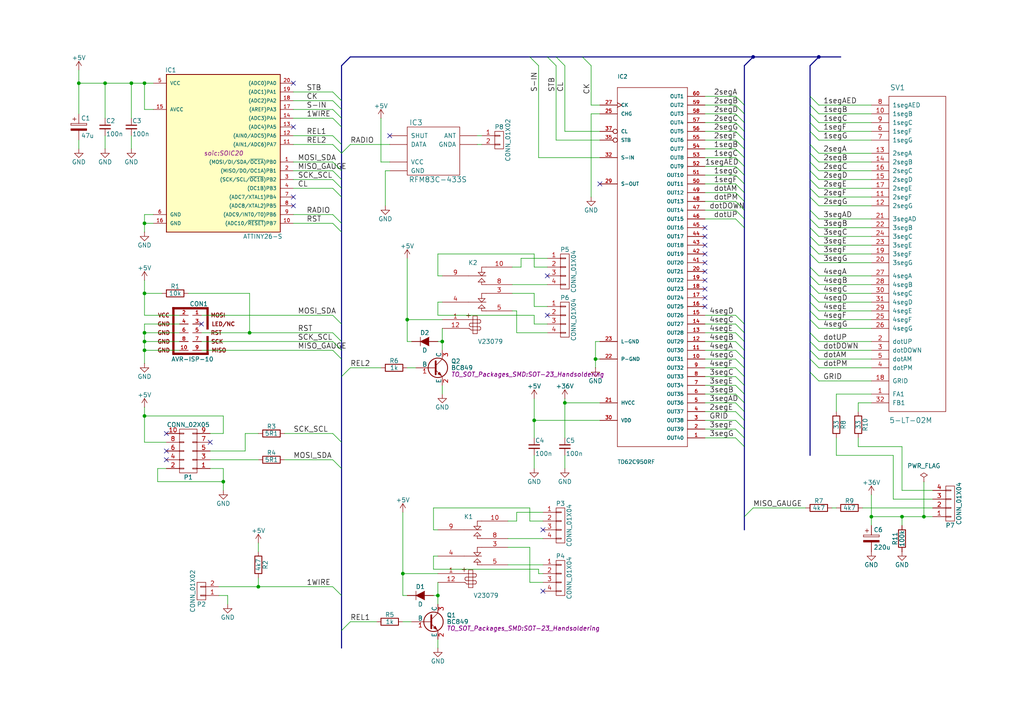
<source format=kicad_sch>
(kicad_sch (version 20250114) (generator "eeschema") (generator_version "9.0")
  (paper "A4")
  (title_block (title "VFD secondary display module") (date "2017-01-12") (rev "1") (comment 3 "433 MHz receiver module and 1WIRE bus conn.") (comment 4 "Board contains 4-digit VFD display, two relays with drivers,"))
  (junction (at 267.97 149.86))
  (junction (at 118.11 92.71))
  (junction (at 128.27 99.06))
  (junction (at 22.86 24.13))
  (junction (at 64.77 139.7))
  (junction (at 74.93 170.18))
  (junction (at 72.39 96.52))
  (junction (at 41.91 101.6))
  (junction (at 41.91 24.13))
  (junction (at 41.91 64.77))
  (junction (at 261.62 149.86))
  (junction (at 41.91 96.52))
  (junction (at 237.49 16.51))
  (junction (at 172.72 104.14))
  (junction (at 38.1 24.13))
  (junction (at 41.91 120.65))
  (junction (at 30.48 24.13))
  (junction (at 127 172.72))
  (junction (at 252.73 149.86))
  (junction (at 41.91 85.09))
  (junction (at 163.83 116.84))
  (junction (at 41.91 99.06))
  (junction (at 218.44 16.51))
  (junction (at 116.84 166.37))
  (junction (at 154.94 121.92))
  (no_connect (at 204.47 86.36))
  (no_connect (at 85.09 57.15))
  (no_connect (at 158.75 80.01))
  (no_connect (at 204.47 76.2))
  (no_connect (at 85.09 24.13))
  (no_connect (at 204.47 88.9))
  (no_connect (at 60.96 128.27))
  (no_connect (at 173.99 53.34))
  (no_connect (at 204.47 73.66))
  (no_connect (at 204.47 81.28))
  (no_connect (at 204.47 78.74))
  (no_connect (at 48.26 133.35))
  (no_connect (at 48.26 125.73))
  (no_connect (at 48.26 130.81))
  (no_connect (at 58.42 93.98))
  (no_connect (at 204.47 68.58))
  (no_connect (at 157.48 171.45))
  (no_connect (at 204.47 83.82))
  (no_connect (at 204.47 66.04))
  (no_connect (at 85.09 36.83))
  (no_connect (at 157.48 153.67))
  (no_connect (at 158.75 91.44))
  (no_connect (at 204.47 71.12))
  (no_connect (at 85.09 59.69))
  (no_connect (at 113.03 39.37))
  (bus_entry (at 213.36 63.5) (size 2.54 2.54))
  (bus_entry (at 96.52 41.91) (size 2.54 2.54))
  (bus_entry (at 234.95 68.58) (size 2.54 2.54))
  (bus_entry (at 234.95 96.52) (size 2.54 2.54))
  (bus_entry (at 96.52 125.73) (size 2.54 2.54))
  (bus_entry (at 96.52 34.29) (size 2.54 2.54))
  (bus_entry (at 213.36 58.42) (size 2.54 2.54))
  (bus_entry (at 213.36 35.56) (size 2.54 2.54))
  (bus_entry (at 234.95 63.5) (size 2.54 2.54))
  (bus_entry (at 213.36 121.92) (size 2.54 2.54))
  (bus_entry (at 234.95 85.09) (size 2.54 2.54))
  (bus_entry (at 213.36 93.98) (size 2.54 2.54))
  (bus_entry (at 213.36 45.72) (size 2.54 2.54))
  (bus_entry (at 96.52 31.75) (size 2.54 2.54))
  (bus_entry (at 234.95 44.45) (size 2.54 2.54))
  (bus_entry (at 99.06 182.88) (size 2.54 -2.54))
  (bus_entry (at 96.52 54.61) (size 2.54 2.54))
  (bus_entry (at 234.95 57.15) (size 2.54 2.54))
  (bus_entry (at 213.36 101.6) (size 2.54 2.54))
  (bus_entry (at 234.95 66.04) (size 2.54 2.54))
  (bus_entry (at 234.95 49.53) (size 2.54 2.54))
  (bus_entry (at 213.36 53.34) (size 2.54 2.54))
  (bus_entry (at 234.95 46.99) (size 2.54 2.54))
  (bus_entry (at 96.52 91.44) (size 2.54 2.54))
  (bus_entry (at 96.52 133.35) (size 2.54 2.54))
  (bus_entry (at 234.95 33.02) (size 2.54 2.54))
  (bus_entry (at 234.95 82.55) (size 2.54 2.54))
  (bus_entry (at 96.52 96.52) (size 2.54 2.54))
  (bus_entry (at 234.95 41.91) (size 2.54 2.54))
  (bus_entry (at 234.95 35.56) (size 2.54 2.54))
  (bus_entry (at 234.95 80.01) (size 2.54 2.54))
  (bus_entry (at 96.52 29.21) (size 2.54 2.54))
  (bus_entry (at 234.95 77.47) (size 2.54 2.54))
  (bus_entry (at 234.95 101.6) (size 2.54 2.54))
  (bus_entry (at 213.36 27.94) (size 2.54 2.54))
  (bus_entry (at 234.95 107.95) (size 2.54 2.54))
  (bus_entry (at 234.95 90.17) (size 2.54 2.54))
  (bus_entry (at 213.36 50.8) (size 2.54 2.54))
  (bus_entry (at 234.95 73.66) (size 2.54 2.54))
  (bus_entry (at 96.52 39.37) (size 2.54 2.54))
  (bus_entry (at 213.36 124.46) (size 2.54 2.54))
  (bus_entry (at 96.52 49.53) (size 2.54 2.54))
  (bus_entry (at 213.36 33.02) (size 2.54 2.54))
  (bus_entry (at 96.52 170.18) (size 2.54 2.54))
  (bus_entry (at 234.95 60.96) (size 2.54 2.54))
  (bus_entry (at 213.36 111.76) (size 2.54 2.54))
  (bus_entry (at 213.36 43.18) (size 2.54 2.54))
  (bus_entry (at 234.95 30.48) (size 2.54 2.54))
  (bus_entry (at 213.36 99.06) (size 2.54 2.54))
  (bus_entry (at 96.52 26.67) (size 2.54 2.54))
  (bus_entry (at 213.36 127) (size 2.54 2.54))
  (bus_entry (at 96.52 64.77) (size 2.54 2.54))
  (bus_entry (at 99.06 44.45) (size 2.54 -2.54))
  (bus_entry (at 234.95 54.61) (size 2.54 2.54))
  (bus_entry (at 153.67 16.51) (size 2.54 2.54))
  (bus_entry (at 96.52 99.06) (size 2.54 2.54))
  (bus_entry (at 213.36 116.84) (size 2.54 2.54))
  (bus_entry (at 96.52 46.99) (size 2.54 2.54))
  (bus_entry (at 213.36 30.48) (size 2.54 2.54))
  (bus_entry (at 213.36 106.68) (size 2.54 2.54))
  (bus_entry (at 96.52 52.07) (size 2.54 2.54))
  (bus_entry (at 213.36 109.22) (size 2.54 2.54))
  (bus_entry (at 234.95 27.94) (size 2.54 2.54))
  (bus_entry (at 168.91 16.51) (size 2.54 2.54))
  (bus_entry (at 96.52 62.23) (size 2.54 2.54))
  (bus_entry (at 96.52 101.6) (size 2.54 2.54))
  (bus_entry (at 234.95 38.1) (size 2.54 2.54))
  (bus_entry (at 158.75 16.51) (size 2.54 2.54))
  (bus_entry (at 213.36 104.14) (size 2.54 2.54))
  (bus_entry (at 234.95 92.71) (size 2.54 2.54))
  (bus_entry (at 234.95 52.07) (size 2.54 2.54))
  (bus_entry (at 213.36 55.88) (size 2.54 2.54))
  (bus_entry (at 213.36 48.26) (size 2.54 2.54))
  (bus_entry (at 213.36 38.1) (size 2.54 2.54))
  (bus_entry (at 215.9 149.86) (size 2.54 -2.54))
  (bus_entry (at 161.29 16.51) (size 2.54 2.54))
  (bus_entry (at 213.36 96.52) (size 2.54 2.54))
  (bus_entry (at 234.95 104.14) (size 2.54 2.54))
  (bus_entry (at 234.95 71.12) (size 2.54 2.54))
  (bus_entry (at 234.95 87.63) (size 2.54 2.54))
  (bus_entry (at 213.36 40.64) (size 2.54 2.54))
  (bus_entry (at 234.95 99.06) (size 2.54 2.54))
  (bus_entry (at 213.36 119.38) (size 2.54 2.54))
  (bus_entry (at 213.36 60.96) (size 2.54 2.54))
  (bus_entry (at 213.36 91.44) (size 2.54 2.54))
  (bus_entry (at 99.06 109.22) (size 2.54 -2.54))
  (bus_entry (at 213.36 114.3) (size 2.54 2.54))
  (wire (pts (xy 41.91 99.06) (xy 41.91 101.6)))
  (wire (pts (xy 71.12 130.81) (xy 60.96 130.81)))
  (wire (pts (xy 213.36 45.72) (xy 204.47 45.72)))
  (bus (pts (xy 215.9 121.92) (xy 215.9 124.46)))
  (wire (pts (xy 41.91 64.77) (xy 41.91 67.31)))
  (wire (pts (xy 41.91 85.09) (xy 41.91 91.44)))
  (wire (pts (xy 154.94 121.92) (xy 154.94 127)))
  (bus (pts (xy 215.9 104.14) (xy 215.9 106.68)))
  (wire (pts (xy 128.27 92.71) (xy 118.11 92.71)))
  (wire (pts (xy 171.45 57.15) (xy 171.45 33.02)))
  (wire (pts (xy 163.83 38.1) (xy 163.83 19.05)))
  (wire (pts (xy 204.47 43.18) (xy 213.36 43.18)))
  (wire (pts (xy 270.51 144.78) (xy 259.08 144.78)))
  (wire (pts (xy 149.86 151.13) (xy 147.32 151.13)))
  (wire (pts (xy 154.94 85.09) (xy 148.59 85.09)))
  (wire (pts (xy 213.36 114.3) (xy 204.47 114.3)))
  (bus (pts (xy 215.9 19.05) (xy 218.44 16.51)))
  (bus (pts (xy 101.6 16.51) (xy 153.67 16.51)))
  (wire (pts (xy 213.36 35.56) (xy 204.47 35.56)))
  (wire (pts (xy 127 73.66) (xy 154.94 73.66)))
  (wire (pts (xy 204.47 38.1) (xy 213.36 38.1)))
  (bus (pts (xy 234.95 101.6) (xy 234.95 104.14)))
  (wire (pts (xy 267.97 139.7) (xy 267.97 149.86)))
  (wire (pts (xy 63.5 172.72) (xy 66.04 172.72)))
  (bus (pts (xy 215.9 129.54) (xy 215.9 149.86)))
  (wire (pts (xy 204.47 33.02) (xy 213.36 33.02)))
  (bus (pts (xy 99.06 135.89) (xy 99.06 172.72)))
  (wire (pts (xy 147.32 156.21) (xy 157.48 156.21)))
  (wire (pts (xy 125.73 147.32) (xy 153.67 147.32)))
  (wire (pts (xy 204.47 27.94) (xy 213.36 27.94)))
  (wire (pts (xy 213.36 109.22) (xy 204.47 109.22)))
  (bus (pts (xy 234.95 77.47) (xy 234.95 80.01)))
  (bus (pts (xy 99.06 31.75) (xy 99.06 34.29)))
  (bus (pts (xy 215.9 149.86) (xy 215.9 153.67)))
  (wire (pts (xy 213.36 55.88) (xy 204.47 55.88)))
  (wire (pts (xy 41.91 24.13) (xy 44.45 24.13)))
  (wire (pts (xy 85.09 39.37) (xy 96.52 39.37)))
  (wire (pts (xy 127 99.06) (xy 128.27 99.06)))
  (bus (pts (xy 218.44 16.51) (xy 237.49 16.51)))
  (wire (pts (xy 237.49 110.49) (xy 252.73 110.49)))
  (wire (pts (xy 116.84 172.72) (xy 118.11 172.72)))
  (bus (pts (xy 234.95 68.58) (xy 234.95 71.12)))
  (bus (pts (xy 215.9 96.52) (xy 215.9 99.06)))
  (wire (pts (xy 237.49 44.45) (xy 252.73 44.45)))
  (wire (pts (xy 127 185.42) (xy 127 187.96)))
  (wire (pts (xy 252.73 76.2) (xy 237.49 76.2)))
  (bus (pts (xy 99.06 101.6) (xy 99.06 104.14)))
  (wire (pts (xy 237.49 95.25) (xy 252.73 95.25)))
  (wire (pts (xy 41.91 93.98) (xy 41.91 96.52)))
  (wire (pts (xy 127 91.44) (xy 127 87.63)))
  (bus (pts (xy 99.06 128.27) (xy 99.06 135.89)))
  (wire (pts (xy 66.04 172.72) (xy 66.04 175.26)))
  (bus (pts (xy 215.9 38.1) (xy 215.9 40.64)))
  (wire (pts (xy 204.47 111.76) (xy 213.36 111.76)))
  (wire (pts (xy 118.11 92.71) (xy 118.11 99.06)))
  (bus (pts (xy 234.95 63.5) (xy 234.95 66.04)))
  (wire (pts (xy 259.08 144.78) (xy 259.08 132.08)))
  (wire (pts (xy 204.47 101.6) (xy 213.36 101.6)))
  (wire (pts (xy 139.7 39.37) (xy 138.43 39.37)))
  (wire (pts (xy 213.36 99.06) (xy 204.47 99.06)))
  (wire (pts (xy 237.49 46.99) (xy 252.73 46.99)))
  (wire (pts (xy 82.55 125.73) (xy 96.52 125.73)))
  (wire (pts (xy 261.62 152.4) (xy 261.62 149.86)))
  (wire (pts (xy 259.08 132.08) (xy 242.57 132.08)))
  (wire (pts (xy 74.93 170.18) (xy 96.52 170.18)))
  (bus (pts (xy 215.9 35.56) (xy 215.9 38.1)))
  (wire (pts (xy 125.73 165.1) (xy 156.21 165.1)))
  (wire (pts (xy 154.94 73.66) (xy 154.94 77.47)))
  (wire (pts (xy 41.91 81.28) (xy 41.91 85.09)))
  (wire (pts (xy 118.11 99.06) (xy 119.38 99.06)))
  (wire (pts (xy 101.6 106.68) (xy 110.49 106.68)))
  (wire (pts (xy 213.36 104.14) (xy 204.47 104.14)))
  (wire (pts (xy 72.39 96.52) (xy 96.52 96.52)))
  (wire (pts (xy 213.36 124.46) (xy 204.47 124.46)))
  (wire (pts (xy 237.49 85.09) (xy 252.73 85.09)))
  (wire (pts (xy 204.47 127) (xy 213.36 127)))
  (wire (pts (xy 213.36 121.92) (xy 204.47 121.92)))
  (bus (pts (xy 215.9 109.22) (xy 215.9 111.76)))
  (wire (pts (xy 96.52 46.99) (xy 85.09 46.99)))
  (wire (pts (xy 154.94 93.98) (xy 154.94 91.44)))
  (wire (pts (xy 127 166.37) (xy 116.84 166.37)))
  (bus (pts (xy 234.95 49.53) (xy 234.95 52.07)))
  (wire (pts (xy 52.07 96.52) (xy 41.91 96.52)))
  (bus (pts (xy 234.95 35.56) (xy 234.95 38.1)))
  (wire (pts (xy 156.21 45.72) (xy 156.21 19.05)))
  (wire (pts (xy 85.09 26.67) (xy 96.52 26.67)))
  (wire (pts (xy 22.86 20.32) (xy 22.86 24.13)))
  (wire (pts (xy 96.52 64.77) (xy 85.09 64.77)))
  (wire (pts (xy 204.47 53.34) (xy 213.36 53.34)))
  (bus (pts (xy 99.06 29.21) (xy 99.06 31.75)))
  (wire (pts (xy 204.47 96.52) (xy 213.36 96.52)))
  (wire (pts (xy 41.91 62.23) (xy 44.45 62.23)))
  (bus (pts (xy 215.9 55.88) (xy 215.9 58.42)))
  (bus (pts (xy 215.9 53.34) (xy 215.9 55.88)))
  (bus (pts (xy 99.06 54.61) (xy 99.06 57.15)))
  (bus (pts (xy 99.06 172.72) (xy 99.06 182.88)))
  (bus (pts (xy 215.9 45.72) (xy 215.9 48.26)))
  (bus (pts (xy 99.06 64.77) (xy 99.06 67.31)))
  (wire (pts (xy 252.73 116.84) (xy 248.92 116.84)))
  (wire (pts (xy 237.49 66.04) (xy 252.73 66.04)))
  (wire (pts (xy 60.96 135.89) (xy 64.77 135.89)))
  (bus (pts (xy 215.9 114.3) (xy 215.9 116.84)))
  (wire (pts (xy 64.77 139.7) (xy 64.77 142.24)))
  (wire (pts (xy 158.75 96.52) (xy 149.86 96.52)))
  (wire (pts (xy 96.52 31.75) (xy 85.09 31.75)))
  (wire (pts (xy 96.52 99.06) (xy 58.42 99.06)))
  (wire (pts (xy 111.76 49.53) (xy 113.03 49.53)))
  (wire (pts (xy 252.73 114.3) (xy 242.57 114.3)))
  (wire (pts (xy 172.72 104.14) (xy 172.72 106.68)))
  (wire (pts (xy 173.99 40.64) (xy 161.29 40.64)))
  (wire (pts (xy 128.27 111.76) (xy 128.27 114.3)))
  (bus (pts (xy 99.06 67.31) (xy 99.06 93.98)))
  (wire (pts (xy 242.57 132.08) (xy 242.57 127)))
  (wire (pts (xy 127 73.66) (xy 127 80.01)))
  (wire (pts (xy 252.73 143.51) (xy 252.73 149.86)))
  (wire (pts (xy 261.62 142.24) (xy 270.51 142.24)))
  (bus (pts (xy 168.91 16.51) (xy 218.44 16.51)))
  (wire (pts (xy 109.22 180.34) (xy 101.6 180.34)))
  (wire (pts (xy 153.67 168.91) (xy 157.48 168.91)))
  (wire (pts (xy 96.52 29.21) (xy 85.09 29.21)))
  (wire (pts (xy 252.73 101.6) (xy 237.49 101.6)))
  (bus (pts (xy 234.95 44.45) (xy 234.95 46.99)))
  (wire (pts (xy 248.92 116.84) (xy 248.92 119.38)))
  (bus (pts (xy 234.95 66.04) (xy 234.95 68.58)))
  (wire (pts (xy 41.91 120.65) (xy 41.91 128.27)))
  (wire (pts (xy 237.49 104.14) (xy 252.73 104.14)))
  (wire (pts (xy 38.1 34.29) (xy 38.1 24.13)))
  (wire (pts (xy 30.48 43.18) (xy 30.48 39.37)))
  (wire (pts (xy 252.73 87.63) (xy 237.49 87.63)))
  (wire (pts (xy 237.49 38.1) (xy 252.73 38.1)))
  (wire (pts (xy 127 87.63) (xy 128.27 87.63)))
  (wire (pts (xy 237.49 35.56) (xy 252.73 35.56)))
  (wire (pts (xy 261.62 129.54) (xy 261.62 142.24)))
  (wire (pts (xy 204.47 58.42) (xy 213.36 58.42)))
  (wire (pts (xy 154.94 77.47) (xy 158.75 77.47)))
  (bus (pts (xy 99.06 19.05) (xy 99.06 29.21)))
  (bus (pts (xy 99.06 182.88) (xy 99.06 187.96)))
  (wire (pts (xy 41.91 96.52) (xy 41.91 99.06)))
  (wire (pts (xy 128.27 95.25) (xy 128.27 99.06)))
  (wire (pts (xy 173.99 99.06) (xy 172.72 99.06)))
  (bus (pts (xy 215.9 106.68) (xy 215.9 109.22)))
  (bus (pts (xy 234.95 90.17) (xy 234.95 92.71)))
  (wire (pts (xy 158.75 88.9) (xy 154.94 88.9)))
  (wire (pts (xy 64.77 139.7) (xy 45.72 139.7)))
  (wire (pts (xy 237.49 90.17) (xy 252.73 90.17)))
  (bus (pts (xy 234.95 99.06) (xy 234.95 101.6)))
  (bus (pts (xy 215.9 19.05) (xy 215.9 30.48)))
  (wire (pts (xy 171.45 33.02) (xy 173.99 33.02)))
  (bus (pts (xy 234.95 33.02) (xy 234.95 35.56)))
  (wire (pts (xy 54.61 85.09) (xy 72.39 85.09)))
  (wire (pts (xy 213.36 50.8) (xy 204.47 50.8)))
  (wire (pts (xy 204.47 48.26) (xy 213.36 48.26)))
  (wire (pts (xy 151.13 77.47) (xy 148.59 77.47)))
  (wire (pts (xy 110.49 46.99) (xy 113.03 46.99)))
  (bus (pts (xy 234.95 104.14) (xy 234.95 107.95)))
  (bus (pts (xy 99.06 41.91) (xy 99.06 44.45)))
  (wire (pts (xy 45.72 139.7) (xy 45.72 135.89)))
  (wire (pts (xy 41.91 62.23) (xy 41.91 64.77)))
  (bus (pts (xy 215.9 50.8) (xy 215.9 53.34)))
  (wire (pts (xy 156.21 166.37) (xy 157.48 166.37)))
  (wire (pts (xy 252.73 149.86) (xy 252.73 152.4)))
  (wire (pts (xy 237.49 59.69) (xy 252.73 59.69)))
  (wire (pts (xy 252.73 92.71) (xy 237.49 92.71)))
  (wire (pts (xy 149.86 148.59) (xy 149.86 151.13)))
  (bus (pts (xy 99.06 104.14) (xy 99.06 109.22)))
  (bus (pts (xy 234.95 87.63) (xy 234.95 90.17)))
  (bus (pts (xy 215.9 33.02) (xy 215.9 35.56)))
  (bus (pts (xy 234.95 46.99) (xy 234.95 49.53)))
  (bus (pts (xy 215.9 124.46) (xy 215.9 127)))
  (wire (pts (xy 113.03 41.91) (xy 101.6 41.91)))
  (wire (pts (xy 111.76 59.69) (xy 111.76 49.53)))
  (wire (pts (xy 154.94 115.57) (xy 154.94 121.92)))
  (bus (pts (xy 153.67 16.51) (xy 158.75 16.51)))
  (wire (pts (xy 96.52 52.07) (xy 85.09 52.07)))
  (wire (pts (xy 116.84 166.37) (xy 116.84 172.72)))
  (wire (pts (xy 158.75 93.98) (xy 154.94 93.98)))
  (bus (pts (xy 234.95 41.91) (xy 234.95 44.45)))
  (wire (pts (xy 96.52 101.6) (xy 58.42 101.6)))
  (wire (pts (xy 154.94 88.9) (xy 154.94 85.09)))
  (wire (pts (xy 213.36 30.48) (xy 204.47 30.48)))
  (bus (pts (xy 161.29 16.51) (xy 168.91 16.51)))
  (wire (pts (xy 74.93 125.73) (xy 71.12 125.73)))
  (wire (pts (xy 125.73 161.29) (xy 127 161.29)))
  (wire (pts (xy 237.49 52.07) (xy 252.73 52.07)))
  (wire (pts (xy 204.47 63.5) (xy 213.36 63.5)))
  (wire (pts (xy 237.49 80.01) (xy 252.73 80.01)))
  (bus (pts (xy 99.06 57.15) (xy 99.06 64.77)))
  (bus (pts (xy 99.06 99.06) (xy 99.06 101.6)))
  (wire (pts (xy 30.48 34.29) (xy 30.48 24.13)))
  (wire (pts (xy 58.42 96.52) (xy 72.39 96.52)))
  (wire (pts (xy 44.45 31.75) (xy 41.91 31.75)))
  (wire (pts (xy 128.27 99.06) (xy 128.27 101.6)))
  (wire (pts (xy 173.99 38.1) (xy 163.83 38.1)))
  (bus (pts (xy 237.49 16.51) (xy 243.84 16.51)))
  (bus (pts (xy 99.06 36.83) (xy 99.06 41.91)))
  (wire (pts (xy 237.49 71.12) (xy 252.73 71.12)))
  (bus (pts (xy 234.95 52.07) (xy 234.95 54.61)))
  (wire (pts (xy 237.49 54.61) (xy 252.73 54.61)))
  (wire (pts (xy 237.49 68.58) (xy 252.73 68.58)))
  (wire (pts (xy 204.47 116.84) (xy 213.36 116.84)))
  (bus (pts (xy 215.9 43.18) (xy 215.9 45.72)))
  (wire (pts (xy 138.43 41.91) (xy 139.7 41.91)))
  (bus (pts (xy 99.06 44.45) (xy 99.06 49.53)))
  (wire (pts (xy 41.91 118.11) (xy 41.91 120.65)))
  (wire (pts (xy 153.67 147.32) (xy 153.67 151.13)))
  (wire (pts (xy 60.96 125.73) (xy 64.77 125.73)))
  (wire (pts (xy 96.52 49.53) (xy 85.09 49.53)))
  (bus (pts (xy 99.06 34.29) (xy 99.06 36.83)))
  (wire (pts (xy 252.73 82.55) (xy 237.49 82.55)))
  (wire (pts (xy 158.75 74.93) (xy 151.13 74.93)))
  (wire (pts (xy 163.83 115.57) (xy 163.83 116.84)))
  (wire (pts (xy 110.49 34.29) (xy 110.49 46.99)))
  (wire (pts (xy 248.92 129.54) (xy 261.62 129.54)))
  (bus (pts (xy 99.06 93.98) (xy 99.06 99.06)))
  (bus (pts (xy 234.95 92.71) (xy 234.95 96.52)))
  (wire (pts (xy 252.73 149.86) (xy 261.62 149.86)))
  (wire (pts (xy 237.49 63.5) (xy 252.73 63.5)))
  (bus (pts (xy 234.95 27.94) (xy 234.95 30.48)))
  (bus (pts (xy 215.9 99.06) (xy 215.9 101.6)))
  (bus (pts (xy 215.9 119.38) (xy 215.9 121.92)))
  (wire (pts (xy 30.48 24.13) (xy 38.1 24.13)))
  (wire (pts (xy 125.73 147.32) (xy 125.73 153.67)))
  (wire (pts (xy 250.19 147.32) (xy 270.51 147.32)))
  (wire (pts (xy 125.73 153.67) (xy 127 153.67)))
  (wire (pts (xy 173.99 30.48) (xy 171.45 30.48)))
  (wire (pts (xy 74.93 160.02) (xy 74.93 157.48)))
  (wire (pts (xy 60.96 133.35) (xy 74.93 133.35)))
  (wire (pts (xy 237.49 33.02) (xy 252.73 33.02)))
  (wire (pts (xy 38.1 24.13) (xy 41.91 24.13)))
  (bus (pts (xy 215.9 63.5) (xy 215.9 66.04)))
  (wire (pts (xy 52.07 99.06) (xy 41.91 99.06)))
  (wire (pts (xy 85.09 34.29) (xy 96.52 34.29)))
  (wire (pts (xy 157.48 148.59) (xy 149.86 148.59)))
  (wire (pts (xy 116.84 148.59) (xy 116.84 166.37)))
  (wire (pts (xy 237.49 57.15) (xy 252.73 57.15)))
  (bus (pts (xy 215.9 127) (xy 215.9 129.54)))
  (wire (pts (xy 204.47 119.38) (xy 213.36 119.38)))
  (wire (pts (xy 237.49 49.53) (xy 252.73 49.53)))
  (bus (pts (xy 234.95 38.1) (xy 234.95 41.91)))
  (bus (pts (xy 215.9 60.96) (xy 215.9 63.5)))
  (wire (pts (xy 127 172.72) (xy 127 175.26)))
  (bus (pts (xy 234.95 82.55) (xy 234.95 85.09)))
  (wire (pts (xy 22.86 43.18) (xy 22.86 40.64)))
  (wire (pts (xy 161.29 40.64) (xy 161.29 19.05)))
  (wire (pts (xy 22.86 24.13) (xy 22.86 33.02)))
  (bus (pts (xy 234.95 19.05) (xy 234.95 27.94)))
  (wire (pts (xy 267.97 149.86) (xy 270.51 149.86)))
  (wire (pts (xy 248.92 127) (xy 248.92 129.54)))
  (wire (pts (xy 41.91 101.6) (xy 41.91 105.41)))
  (wire (pts (xy 125.73 165.1) (xy 125.73 161.29)))
  (wire (pts (xy 72.39 85.09) (xy 72.39 96.52)))
  (wire (pts (xy 85.09 54.61) (xy 96.52 54.61)))
  (wire (pts (xy 237.49 73.66) (xy 252.73 73.66)))
  (wire (pts (xy 261.62 149.86) (xy 267.97 149.86)))
  (wire (pts (xy 153.67 158.75) (xy 147.32 158.75)))
  (bus (pts (xy 158.75 16.51) (xy 161.29 16.51)))
  (bus (pts (xy 99.06 19.05) (xy 101.6 16.51)))
  (wire (pts (xy 171.45 30.48) (xy 171.45 19.05)))
  (bus (pts (xy 234.95 96.52) (xy 234.95 99.06)))
  (wire (pts (xy 163.83 116.84) (xy 163.83 127)))
  (wire (pts (xy 71.12 125.73) (xy 71.12 130.81)))
  (bus (pts (xy 215.9 111.76) (xy 215.9 114.3)))
  (wire (pts (xy 64.77 120.65) (xy 41.91 120.65)))
  (wire (pts (xy 96.52 91.44) (xy 58.42 91.44)))
  (wire (pts (xy 154.94 121.92) (xy 173.99 121.92)))
  (wire (pts (xy 153.67 151.13) (xy 157.48 151.13)))
  (wire (pts (xy 125.73 172.72) (xy 127 172.72)))
  (wire (pts (xy 172.72 99.06) (xy 172.72 104.14)))
  (wire (pts (xy 41.91 31.75) (xy 41.91 24.13)))
  (bus (pts (xy 215.9 48.26) (xy 215.9 50.8)))
  (wire (pts (xy 44.45 64.77) (xy 41.91 64.77)))
  (wire (pts (xy 119.38 180.34) (xy 116.84 180.34)))
  (wire (pts (xy 147.32 163.83) (xy 157.48 163.83)))
  (wire (pts (xy 156.21 165.1) (xy 156.21 166.37)))
  (wire (pts (xy 213.36 60.96) (xy 204.47 60.96)))
  (wire (pts (xy 127 80.01) (xy 128.27 80.01)))
  (wire (pts (xy 41.91 128.27) (xy 48.26 128.27)))
  (bus (pts (xy 234.95 57.15) (xy 234.95 60.96)))
  (wire (pts (xy 148.59 82.55) (xy 158.75 82.55)))
  (bus (pts (xy 234.95 107.95) (xy 234.95 132.08)))
  (bus (pts (xy 215.9 101.6) (xy 215.9 104.14)))
  (wire (pts (xy 96.52 133.35) (xy 82.55 133.35)))
  (bus (pts (xy 99.06 52.07) (xy 99.06 54.61)))
  (bus (pts (xy 234.95 73.66) (xy 234.95 77.47)))
  (wire (pts (xy 204.47 106.68) (xy 213.36 106.68)))
  (wire (pts (xy 151.13 74.93) (xy 151.13 77.47)))
  (wire (pts (xy 46.99 85.09) (xy 41.91 85.09)))
  (wire (pts (xy 154.94 132.08) (xy 154.94 135.89)))
  (wire (pts (xy 38.1 43.18) (xy 38.1 39.37)))
  (wire (pts (xy 45.72 135.89) (xy 48.26 135.89)))
  (wire (pts (xy 237.49 30.48) (xy 252.73 30.48)))
  (wire (pts (xy 149.86 90.17) (xy 148.59 90.17)))
  (wire (pts (xy 85.09 62.23) (xy 96.52 62.23)))
  (wire (pts (xy 173.99 104.14) (xy 172.72 104.14)))
  (wire (pts (xy 22.86 24.13) (xy 30.48 24.13)))
  (bus (pts (xy 234.95 30.48) (xy 234.95 33.02)))
  (wire (pts (xy 153.67 158.75) (xy 153.67 168.91)))
  (bus (pts (xy 215.9 116.84) (xy 215.9 119.38)))
  (bus (pts (xy 215.9 66.04) (xy 215.9 93.98)))
  (wire (pts (xy 96.52 41.91) (xy 85.09 41.91)))
  (bus (pts (xy 234.95 85.09) (xy 234.95 87.63)))
  (wire (pts (xy 63.5 170.18) (xy 74.93 170.18)))
  (bus (pts (xy 99.06 109.22) (xy 99.06 128.27)))
  (bus (pts (xy 215.9 58.42) (xy 215.9 60.96)))
  (wire (pts (xy 64.77 135.89) (xy 64.77 139.7)))
  (wire (pts (xy 149.86 96.52) (xy 149.86 90.17)))
  (wire (pts (xy 233.68 147.32) (xy 218.44 147.32)))
  (bus (pts (xy 215.9 93.98) (xy 215.9 96.52)))
  (wire (pts (xy 64.77 125.73) (xy 64.77 120.65)))
  (wire (pts (xy 41.91 91.44) (xy 52.07 91.44)))
  (wire (pts (xy 127 168.91) (xy 127 172.72)))
  (wire (pts (xy 74.93 170.18) (xy 74.93 167.64)))
  (wire (pts (xy 163.83 132.08) (xy 163.83 135.89)))
  (wire (pts (xy 237.49 99.06) (xy 252.73 99.06)))
  (wire (pts (xy 242.57 147.32) (xy 241.3 147.32)))
  (wire (pts (xy 204.47 91.44) (xy 213.36 91.44)))
  (wire (pts (xy 252.73 106.68) (xy 237.49 106.68)))
  (wire (pts (xy 154.94 91.44) (xy 127 91.44)))
  (wire (pts (xy 213.36 93.98) (xy 204.47 93.98)))
  (bus (pts (xy 234.95 71.12) (xy 234.95 73.66)))
  (bus (pts (xy 99.06 49.53) (xy 99.06 52.07)))
  (bus (pts (xy 234.95 19.05) (xy 237.49 16.51)))
  (bus (pts (xy 215.9 40.64) (xy 215.9 43.18)))
  (wire (pts (xy 237.49 40.64) (xy 252.73 40.64)))
  (wire (pts (xy 41.91 101.6) (xy 52.07 101.6)))
  (wire (pts (xy 173.99 116.84) (xy 163.83 116.84)))
  (wire (pts (xy 52.07 93.98) (xy 41.91 93.98)))
  (bus (pts (xy 234.95 60.96) (xy 234.95 63.5)))
  (bus (pts (xy 234.95 54.61) (xy 234.95 57.15)))
  (wire (pts (xy 242.57 114.3) (xy 242.57 119.38)))
  (wire (pts (xy 173.99 45.72) (xy 156.21 45.72)))
  (bus (pts (xy 215.9 30.48) (xy 215.9 33.02)))
  (wire (pts (xy 213.36 40.64) (xy 204.47 40.64)))
  (wire (pts (xy 118.11 74.93) (xy 118.11 92.71)))
  (bus (pts (xy 234.95 80.01) (xy 234.95 82.55)))
  (wire (pts (xy 120.65 106.68) (xy 118.11 106.68)))
  (label "4segA" (at 205.74 101.6 0) (effects (font (size 1.524 1.524))))
  (label "1segG" (at 207.01 50.8 0) (effects (font (size 1.524 1.524))))
  (label "1segAED" (at 204.47 48.26 0) (effects (font (size 1.524 1.524))))
  (label "CL" (at 163.83 26.67 90) (effects (font (size 1.524 1.524))))
  (label "dotDOWN" (at 238.76 101.6 0) (effects (font (size 1.524 1.524))))
  (label "4segF" (at 238.76 92.71 0) (effects (font (size 1.524 1.524))))
  (label "dotUP" (at 238.76 99.06 0) (effects (font (size 1.524 1.524))))
  (label "dotDOWN" (at 205.74 60.96 0) (effects (font (size 1.524 1.524))))
  (label "CK" (at 171.45 24.13 270) (effects (font (size 1.524 1.524))))
  (label "2segA" (at 238.76 44.45 0) (effects (font (size 1.524 1.524))))
  (label "REL1" (at 88.9 39.37 0) (effects (font (size 1.524 1.524))))
  (label "1segC" (at 238.76 35.56 0) (effects (font (size 1.524 1.524))))
  (label "dotUP" (at 207.01 63.5 0) (effects (font (size 1.524 1.524))))
  (label "4segE" (at 238.76 90.17 0) (effects (font (size 1.524 1.524))))
  (label "MOSI_SDA" (at 86.36 91.44 0) (effects (font (size 1.524 1.524))))
  (label "2segC" (at 207.01 35.56 0) (effects (font (size 1.524 1.524))))
  (label "2segD" (at 207.01 33.02 0) (effects (font (size 1.524 1.524))))
  (label "1WIRE" (at 88.9 170.18 0) (effects (font (size 1.524 1.524))))
  (label "3segE" (at 205.74 111.76 0) (effects (font (size 1.524 1.524))))
  (label "3segAD" (at 238.76 63.5 0) (effects (font (size 1.524 1.524))))
  (label "RADIO" (at 101.6 41.91 0) (effects (font (size 1.524 1.524))))
  (label "2segB" (at 207.01 30.48 0) (effects (font (size 1.524 1.524))))
  (label "3segG" (at 238.76 76.2 0) (effects (font (size 1.524 1.524))))
  (label "4segC" (at 238.76 85.09 0) (effects (font (size 1.524 1.524))))
  (label "2segA" (at 207.01 27.94 0) (effects (font (size 1.524 1.524))))
  (label "2segD" (at 238.76 52.07 0) (effects (font (size 1.524 1.524))))
  (label "2segB" (at 238.76 46.99 0) (effects (font (size 1.524 1.524))))
  (label "S-IN" (at 88.9 31.75 0) (effects (font (size 1.524 1.524))))
  (label "4segA" (at 238.76 80.01 0) (effects (font (size 1.524 1.524))))
  (label "1segF" (at 207.01 53.34 0) (effects (font (size 1.524 1.524))))
  (label "MISO_GAUGE" (at 86.36 101.6 0) (effects (font (size 1.524 1.524))))
  (label "dotAM" (at 207.01 55.88 0) (effects (font (size 1.524 1.524))))
  (label "1segC" (at 207.01 45.72 0) (effects (font (size 1.524 1.524))))
  (label "MISO_GAUGE" (at 86.36 49.53 0) (effects (font (size 1.524 1.524))))
  (label "2segF" (at 207.01 40.64 0) (effects (font (size 1.524 1.524))))
  (label "RST" (at 86.36 96.52 0) (effects (font (size 1.524 1.524))))
  (label "1segF" (at 238.76 38.1 0) (effects (font (size 1.524 1.524))))
  (label "dotAM" (at 238.76 104.14 0) (effects (font (size 1.524 1.524))))
  (label "SCK_SCL" (at 85.09 125.73 0) (effects (font (size 1.524 1.524))))
  (label "4segD" (at 238.76 87.63 0) (effects (font (size 1.524 1.524))))
  (label "REL2" (at 101.6 106.68 0) (effects (font (size 1.524 1.524))))
  (label "2segE" (at 238.76 54.61 0) (effects (font (size 1.524 1.524))))
  (label "CK" (at 88.9 29.21 0) (effects (font (size 1.524 1.524))))
  (label "2segC" (at 238.76 49.53 0) (effects (font (size 1.524 1.524))))
  (label "3segF" (at 205.74 124.46 0) (effects (font (size 1.524 1.524))))
  (label "2segE" (at 205.74 119.38 0) (effects (font (size 1.524 1.524))))
  (label "3segC" (at 238.76 68.58 0) (effects (font (size 1.524 1.524))))
  (label "3segB" (at 238.76 66.04 0) (effects (font (size 1.524 1.524))))
  (label "STB" (at 88.9 26.67 0) (effects (font (size 1.524 1.524))))
  (label "3segAD" (at 205.74 116.84 0) (effects (font (size 1.524 1.524))))
  (label "1segB" (at 207.01 43.18 0) (effects (font (size 1.524 1.524))))
  (label "4segB" (at 238.76 82.55 0) (effects (font (size 1.524 1.524))))
  (label "STB" (at 161.29 26.67 90) (effects (font (size 1.524 1.524))))
  (label "SCK_SCL" (at 86.36 99.06 0) (effects (font (size 1.524 1.524))))
  (label "4segF" (at 205.74 106.68 0) (effects (font (size 1.524 1.524))))
  (label "1segB" (at 238.76 33.02 0) (effects (font (size 1.524 1.524))))
  (label "REL1" (at 101.6 180.34 0) (effects (font (size 1.524 1.524))))
  (label "4segE" (at 205.74 96.52 0) (effects (font (size 1.524 1.524))))
  (label "MOSI_SDA" (at 85.09 133.35 0) (effects (font (size 1.524 1.524))))
  (label "4segB" (at 205.74 99.06 0) (effects (font (size 1.524 1.524))))
  (label "2segF" (at 238.76 57.15 0) (effects (font (size 1.524 1.524))))
  (label "RST" (at 88.9 64.77 0) (effects (font (size 1.524 1.524))))
  (label "3segE" (at 238.76 71.12 0) (effects (font (size 1.524 1.524))))
  (label "S-IN" (at 156.21 26.67 90) (effects (font (size 1.524 1.524))))
  (label "REL2" (at 88.9 41.91 0) (effects (font (size 1.524 1.524))))
  (label "GRID" (at 205.74 121.92 0) (effects (font (size 1.524 1.524))))
  (label "1segG" (at 238.76 40.64 0) (effects (font (size 1.524 1.524))))
  (label "1WIRE" (at 88.9 34.29 0) (effects (font (size 1.524 1.524))))
  (label "3segG" (at 205.74 127 0) (effects (font (size 1.524 1.524))))
  (label "CL" (at 86.36 54.61 0) (effects (font (size 1.524 1.524))))
  (label "4segC" (at 205.74 93.98 0) (effects (font (size 1.524 1.524))))
  (label "GRID" (at 238.76 110.49 0) (effects (font (size 1.524 1.524))))
  (label "dotPM" (at 207.01 58.42 0) (effects (font (size 1.524 1.524))))
  (label "1segAED" (at 238.76 30.48 0) (effects (font (size 1.524 1.524))))
  (label "RADIO" (at 88.9 62.23 0) (effects (font (size 1.524 1.524))))
  (label "3segC" (at 205.74 109.22 0) (effects (font (size 1.524 1.524))))
  (label "MISO_GAUGE" (at 218.44 147.32 0) (effects (font (size 1.524 1.524))))
  (label "3segF" (at 238.76 73.66 0) (effects (font (size 1.524 1.524))))
  (label "MOSI_SDA" (at 86.36 46.99 0) (effects (font (size 1.524 1.524))))
  (label "2segG" (at 238.76 59.69 0) (effects (font (size 1.524 1.524))))
  (label "SCK_SCL" (at 86.36 52.07 0) (effects (font (size 1.524 1.524))))
  (label "2segG" (at 207.01 38.1 0) (effects (font (size 1.524 1.524))))
  (label "dotPM" (at 238.76 106.68 0) (effects (font (size 1.524 1.524))))
  (label "4segD" (at 205.74 91.44 0) (effects (font (size 1.524 1.524))))
  (label "4segG" (at 205.74 104.14 0) (effects (font (size 1.524 1.524))))
  (label "3segB" (at 205.74 114.3 0) (effects (font (size 1.524 1.524))))
  (label "4segG" (at 238.76 95.25 0) (effects (font (size 1.524 1.524))))
  (symbol (lib_id "futaba-vfd:5-LT-02M") (at 270.51 72.39 0) (unit 1)
    (property "Reference" "SV1" (at 260.35 25.4 0) (effects (font (size 1.524 1.524))))
    (property "Value" "5-LT-02M" (at 264.16 121.92 0) (effects (font (size 1.524 1.524))))
    (property "Footprint" "futaba-vfd:futaba-vfd-5-LT-02" (effects (hide yes)))
  )
  (symbol (lib_id "TD62C950RF:TD62C950RF") (at 181.61 73.66 0) (unit 1)
    (property "Reference" "IC2" (at 179.07 22.86 0) (effects (font (size 1.143 1.143)) (justify left bottom)))
    (property "Value" "TD62C950RF" (at 179.07 134.62 0) (effects (font (size 1.143 1.143)) (justify left bottom)))
    (property "Footprint" "TD62C950RF:TD62C950RF-SSOP60-P-0.65A" (effects (hide yes)))
  )
  (symbol (lib_id "power:+5V") (at 154.94 115.57 0) (unit 1)
    (property "Reference" "#PWR01" (effects (hide yes)))
    (property "Value" "+5V" (at 154.94 112.014 0))
  )
  (symbol (lib_id "power:GND") (at 252.73 160.02 0) (unit 1)
    (property "Reference" "#PWR02" (effects (hide yes)))
    (property "Value" "GND" (at 252.73 163.83 0))
  )
  (symbol (lib_id "power:GND") (at 172.72 106.68 0) (unit 1)
    (property "Reference" "#PWR03" (effects (hide yes)))
    (property "Value" "GND" (at 172.72 110.49 0))
  )
  (symbol (lib_id "clock-display-rescue:C_Small") (at 154.94 129.54 0) (unit 1)
    (property "Reference" "C4" (at 155.194 127.762 0) (effects (justify left)))
    (property "Value" "100n" (at 155.194 131.572 0) (effects (justify left)))
    (property "Footprint" "Capacitors_SMD:C_1206_HandSoldering" (effects (hide yes)))
  )
  (symbol (lib_id "clock-display-rescue:C_Small") (at 163.83 129.54 0) (unit 1)
    (property "Reference" "C5" (at 164.084 127.762 0) (effects (justify left)))
    (property "Value" "100n" (at 164.084 131.572 0) (effects (justify left)))
    (property "Footprint" "Capacitors_SMD:C_1206_HandSoldering" (effects (hide yes)))
  )
  (symbol (lib_id "power:+36V") (at 163.83 115.57 0) (unit 1)
    (property "Reference" "#PWR04" (effects (hide yes)))
    (property "Value" "+36V" (at 163.83 112.014 0))
  )
  (symbol (lib_id "power:GND") (at 163.83 135.89 0) (unit 1)
    (property "Reference" "#PWR05" (effects (hide yes)))
    (property "Value" "GND" (at 163.83 139.7 0))
  )
  (symbol (lib_id "power:GND") (at 154.94 135.89 0) (unit 1)
    (property "Reference" "#PWR06" (effects (hide yes)))
    (property "Value" "GND" (at 154.94 139.7 0))
  )
  (symbol (lib_id "clock-display-rescue:ATTINY26-S") (at 64.77 44.45 0) (unit 1)
    (property "Reference" "IC1" (at 49.53 20.32 0))
    (property "Value" "ATTINY26-S" (at 76.2 68.58 0))
    (property "Footprint" "soic:SOIC20" (at 64.77 44.45 0) (effects (font (italic yes))))
  )
  (symbol (lib_id "clock-display-rescue:R") (at 242.57 123.19 0) (unit 1)
    (property "Reference" "R8" (at 244.602 123.19 90))
    (property "Value" "33" (at 242.57 123.19 90))
    (property "Footprint" "Resistors_ThroughHole:Resistor_Horizontal_RM15mm" (effects (hide yes)))
  )
  (symbol (lib_id "clock-display-rescue:R") (at 248.92 123.19 0) (unit 1)
    (property "Reference" "R10" (at 250.952 123.19 90))
    (property "Value" "33" (at 248.92 123.19 90))
    (property "Footprint" "Resistors_ThroughHole:Resistor_Horizontal_RM15mm" (effects (hide yes)))
  )
  (symbol (lib_id "power:GND") (at 41.91 67.31 0) (unit 1)
    (property "Reference" "#PWR07" (effects (hide yes)))
    (property "Value" "GND" (at 41.91 71.12 0))
  )
  (symbol (lib_id "clock-display-rescue:C_Small") (at 38.1 36.83 0) (unit 1)
    (property "Reference" "C3" (at 38.354 35.052 0) (effects (justify left)))
    (property "Value" "100n" (at 38.354 38.862 0) (effects (justify left)))
    (property "Footprint" "Capacitors_SMD:C_1206_HandSoldering" (effects (hide yes)))
  )
  (symbol (lib_id "clock-display-rescue:C_Small") (at 30.48 36.83 0) (unit 1)
    (property "Reference" "C2" (at 30.734 35.052 0) (effects (justify left)))
    (property "Value" "100n" (at 30.734 38.862 0) (effects (justify left)))
    (property "Footprint" "Capacitors_SMD:C_1206_HandSoldering" (effects (hide yes)))
  )
  (symbol (lib_id "clock-display-rescue:CP") (at 22.86 36.83 0) (unit 1)
    (property "Reference" "C1" (at 23.495 34.29 0) (effects (justify left)))
    (property "Value" "47u" (at 23.495 39.37 0) (effects (justify left)))
    (property "Footprint" "Capacitors_SMD:c_elec_8x10" (effects (hide yes)))
  )
  (symbol (lib_id "power:+5V") (at 22.86 20.32 0) (unit 1)
    (property "Reference" "#PWR08" (effects (hide yes)))
    (property "Value" "+5V" (at 22.86 16.764 0))
  )
  (symbol (lib_id "power:GND") (at 22.86 43.18 0) (unit 1)
    (property "Reference" "#PWR09" (effects (hide yes)))
    (property "Value" "GND" (at 22.86 46.99 0))
  )
  (symbol (lib_id "power:GND") (at 30.48 43.18 0) (unit 1)
    (property "Reference" "#PWR010" (effects (hide yes)))
    (property "Value" "GND" (at 30.48 46.99 0))
  )
  (symbol (lib_id "power:GND") (at 38.1 43.18 0) (unit 1)
    (property "Reference" "#PWR011" (effects (hide yes)))
    (property "Value" "GND" (at 38.1 46.99 0))
  )
  (symbol (lib_id "clock-display-rescue:AVR-ISP-10") (at 53.34 96.52 0) (mirror y) (unit 1)
    (property "Reference" "CON1" (at 57.658 88.138 0))
    (property "Value" "AVR-ISP-10" (at 61.976 104.902 0) (effects (justify left bottom)))
    (property "Footprint" "Pin_Headers:Pin_Header_Straight_2x05_Pitch2.54mm" (effects (hide yes)))
  )
  (symbol (lib_id "clock-display-rescue:CONN_02X05") (at 54.61 130.81 180) (unit 1)
    (property "Reference" "P1" (at 54.61 138.43 0))
    (property "Value" "CONN_02X05" (at 54.61 123.19 0))
    (property "Footprint" "Pin_Headers:Pin_Header_Straight_2x05_Pitch2.54mm" (effects (hide yes)))
  )
  (symbol (lib_id "power:+5V") (at 41.91 81.28 0) (unit 1)
    (property "Reference" "#PWR012" (effects (hide yes)))
    (property "Value" "+5V" (at 41.91 77.724 0))
  )
  (symbol (lib_id "power:+5V") (at 41.91 118.11 0) (unit 1)
    (property "Reference" "#PWR013" (effects (hide yes)))
    (property "Value" "+5V" (at 41.91 114.554 0))
  )
  (symbol (lib_id "power:GND") (at 41.91 105.41 0) (unit 1)
    (property "Reference" "#PWR014" (effects (hide yes)))
    (property "Value" "GND" (at 41.91 109.22 0))
  )
  (symbol (lib_id "clock-display-rescue:R") (at 78.74 125.73 90) (unit 1)
    (property "Reference" "R3" (at 78.74 123.698 90))
    (property "Value" "5R1" (at 78.74 125.73 90))
    (property "Footprint" "Resistors_SMD:R_1206_HandSoldering" (effects (hide yes)))
  )
  (symbol (lib_id "clock-display-rescue:R") (at 78.74 133.35 90) (unit 1)
    (property "Reference" "R4" (at 78.74 131.318 90))
    (property "Value" "5R1" (at 78.74 133.35 90))
    (property "Footprint" "Resistors_SMD:R_1206_HandSoldering" (effects (hide yes)))
  )
  (symbol (lib_id "power:GND") (at 64.77 142.24 0) (unit 1)
    (property "Reference" "#PWR015" (effects (hide yes)))
    (property "Value" "GND" (at 64.77 146.05 0))
  )
  (symbol (lib_id "clock-display-rescue:R") (at 50.8 85.09 90) (unit 1)
    (property "Reference" "R1" (at 50.8 83.058 90))
    (property "Value" "10k" (at 50.8 85.09 90))
    (property "Footprint" "Resistors_SMD:R_1206_HandSoldering" (effects (hide yes)))
  )
  (symbol (lib_id "V23079-monostable:V23079") (at 137.16 160.02 0) (unit 1)
    (property "Reference" "K1" (at 135.89 149.86 0))
    (property "Value" "V23079" (at 140.97 172.72 0))
    (property "Footprint" "V23079:V23098-SMT-long" (effects (hide yes)))
  )
  (symbol (lib_id "clock-display-rescue:R") (at 237.49 147.32 90) (unit 1)
    (property "Reference" "R7" (at 237.49 145.288 90))
    (property "Value" "4k7" (at 237.49 147.32 90))
    (property "Footprint" "Resistors_SMD:R_1206_HandSoldering" (effects (hide yes)))
  )
  (symbol (lib_id "clock-display-rescue:R") (at 246.38 147.32 90) (unit 1)
    (property "Reference" "R9" (at 246.38 145.288 90))
    (property "Value" "4k7" (at 246.38 147.32 90))
    (property "Footprint" "Resistors_SMD:R_1206_HandSoldering" (effects (hide yes)))
  )
  (symbol (lib_id "clock-display-rescue:CONN_01X04") (at 275.59 146.05 0) (mirror x) (unit 1)
    (property "Reference" "P7" (at 275.59 152.4 0))
    (property "Value" "CONN_01X04" (at 278.13 146.05 90))
    (property "Footprint" "micro-MaTch:0-188275-4_SMD_4-pin_female" (effects (hide yes)))
  )
  (symbol (lib_id "power:+36V") (at 252.73 143.51 0) (unit 1)
    (property "Reference" "#PWR016" (effects (hide yes)))
    (property "Value" "+36V" (at 252.73 139.954 0))
  )
  (symbol (lib_id "clock-display-rescue:CP") (at 252.73 156.21 0) (unit 1)
    (property "Reference" "C6" (at 253.365 153.67 0) (effects (justify left)))
    (property "Value" "220u" (at 253.365 158.75 0) (effects (justify left)))
    (property "Footprint" "Capacitors_SMD:c_elec_10x10" (effects (hide yes)))
  )
  (symbol (lib_id "clock-display-rescue:BC849") (at 124.46 180.34 0) (unit 1)
    (property "Reference" "Q1" (at 129.54 178.435 0) (effects (justify left)))
    (property "Value" "BC849" (at 129.54 180.34 0) (effects (justify left)))
    (property "Footprint" "TO_SOT_Packages_SMD:SOT-23_Handsoldering" (at 129.54 182.245 0) (effects (font (italic yes)) (justify left)))
  )
  (symbol (lib_id "clock-display-rescue:D") (at 121.92 172.72 0) (unit 1)
    (property "Reference" "D1" (at 121.92 170.18 0))
    (property "Value" "D" (at 121.92 175.26 0))
    (property "Footprint" "Diodes_SMD:SMA_Handsoldering" (effects (hide yes)))
  )
  (symbol (lib_id "clock-display-rescue:R") (at 113.03 180.34 90) (unit 1)
    (property "Reference" "R5" (at 113.03 178.308 90))
    (property "Value" "1k" (at 113.03 180.34 90))
    (property "Footprint" "Resistors_SMD:R_1206_HandSoldering" (effects (hide yes)))
  )
  (symbol (lib_id "power:GND") (at 127 187.96 0) (unit 1)
    (property "Reference" "#PWR017" (effects (hide yes)))
    (property "Value" "GND" (at 127 191.77 0))
  )
  (symbol (lib_id "power:+5V") (at 116.84 148.59 0) (unit 1)
    (property "Reference" "#PWR018" (effects (hide yes)))
    (property "Value" "+5V" (at 116.84 145.034 0))
  )
  (symbol (lib_id "clock-display-rescue:CONN_01X04") (at 162.56 152.4 0) (unit 1)
    (property "Reference" "P3" (at 162.56 146.05 0))
    (property "Value" "CONN_01X04" (at 165.1 152.4 90))
    (property "Footprint" "micro-MaTch:0-188275-4_SMD_4-pin_female" (effects (hide yes)))
  )
  (symbol (lib_id "clock-display-rescue:CONN_01X04") (at 162.56 167.64 0) (unit 1)
    (property "Reference" "P4" (at 162.56 161.29 0))
    (property "Value" "CONN_01X04" (at 165.1 167.64 90))
    (property "Footprint" "micro-MaTch:0-188275-4_SMD_4-pin_female" (effects (hide yes)))
  )
  (symbol (lib_id "V23079-monostable:V23079") (at 138.43 86.36 0) (unit 1)
    (property "Reference" "K2" (at 137.16 76.2 0))
    (property "Value" "V23079" (at 142.24 99.06 0))
    (property "Footprint" "V23079:V23098-SMT-long" (effects (hide yes)))
  )
  (symbol (lib_id "clock-display-rescue:BC849") (at 125.73 106.68 0) (unit 1)
    (property "Reference" "Q2" (at 130.81 104.775 0) (effects (justify left)))
    (property "Value" "BC849" (at 130.81 106.68 0) (effects (justify left)))
    (property "Footprint" "TO_SOT_Packages_SMD:SOT-23_Handsoldering" (at 130.81 108.585 0) (effects (font (italic yes)) (justify left)))
  )
  (symbol (lib_id "clock-display-rescue:D") (at 123.19 99.06 0) (unit 1)
    (property "Reference" "D2" (at 123.19 96.52 0))
    (property "Value" "D" (at 123.19 101.6 0))
    (property "Footprint" "Diodes_SMD:SMA_Handsoldering" (effects (hide yes)))
  )
  (symbol (lib_id "clock-display-rescue:R") (at 114.3 106.68 90) (unit 1)
    (property "Reference" "R6" (at 114.3 104.648 90))
    (property "Value" "1k" (at 114.3 106.68 90))
    (property "Footprint" "Resistors_SMD:R_1206_HandSoldering" (effects (hide yes)))
  )
  (symbol (lib_id "power:GND") (at 128.27 114.3 0) (unit 1)
    (property "Reference" "#PWR019" (effects (hide yes)))
    (property "Value" "GND" (at 128.27 118.11 0))
  )
  (symbol (lib_id "power:+5V") (at 118.11 74.93 0) (unit 1)
    (property "Reference" "#PWR020" (effects (hide yes)))
    (property "Value" "+5V" (at 118.11 71.374 0))
  )
  (symbol (lib_id "clock-display-rescue:CONN_01X04") (at 163.83 78.74 0) (unit 1)
    (property "Reference" "P5" (at 163.83 72.39 0))
    (property "Value" "CONN_01X04" (at 166.37 78.74 90))
    (property "Footprint" "micro-MaTch:0-215464-4_TH_4-pin_male" (effects (hide yes)))
  )
  (symbol (lib_id "clock-display-rescue:CONN_01X04") (at 163.83 92.71 0) (unit 1)
    (property "Reference" "P6" (at 163.83 86.36 0))
    (property "Value" "CONN_01X04" (at 166.37 92.71 90))
    (property "Footprint" "micro-MaTch:0-215464-4_TH_4-pin_male" (effects (hide yes)))
  )
  (symbol (lib_id "clock-display-rescue:CONN_01X02") (at 58.42 171.45 180) (unit 1)
    (property "Reference" "P2" (at 58.42 175.26 0))
    (property "Value" "CONN_01X02" (at 55.88 171.45 90))
    (property "Footprint" "Pin_Headers:Pin_Header_Straight_1x02_Pitch2.54mm" (effects (hide yes)))
  )
  (symbol (lib_id "power:+5V") (at 74.93 157.48 0) (unit 1)
    (property "Reference" "#PWR021" (effects (hide yes)))
    (property "Value" "+5V" (at 74.93 153.924 0))
  )
  (symbol (lib_id "clock-display-rescue:R") (at 74.93 163.83 0) (unit 1)
    (property "Reference" "R2" (at 76.962 163.83 90))
    (property "Value" "4k7" (at 74.93 163.83 90))
    (property "Footprint" "Resistors_SMD:R_1206_HandSoldering" (effects (hide yes)))
  )
  (symbol (lib_id "power:GND") (at 66.04 175.26 0) (unit 1)
    (property "Reference" "#PWR022" (effects (hide yes)))
    (property "Value" "GND" (at 66.04 179.07 0))
  )
  (symbol (lib_id "power:GND") (at 171.45 57.15 0) (unit 1)
    (property "Reference" "#PWR023" (effects (hide yes)))
    (property "Value" "GND" (at 171.45 60.96 0))
  )
  (symbol (lib_id "clock-display-rescue:R") (at 261.62 156.21 180) (unit 1)
    (property "Reference" "R11" (at 259.588 156.21 90))
    (property "Value" "100k" (at 261.62 156.21 90))
    (property "Footprint" "Resistors_SMD:R_1206_HandSoldering" (effects (hide yes)))
  )
  (symbol (lib_id "power:GND") (at 261.62 160.02 0) (unit 1)
    (property "Reference" "#PWR024" (effects (hide yes)))
    (property "Value" "GND" (at 261.62 163.83 0))
  )
  (symbol (lib_id "RFM83C-433S:RFM83C-433S") (at 118.11 50.8 0) (unit 1)
    (property "Reference" "IC3" (at 120.65 35.56 0) (effects (font (size 1.524 1.524))))
    (property "Value" "RFM83C-433S" (at 127 52.07 0) (effects (font (size 1.524 1.524))))
    (property "Footprint" "RFM83C_standard:RFM83C_standard" (effects (hide yes)))
  )
  (symbol (lib_id "clock-display-rescue:CONN_01X02") (at 144.78 40.64 0) (unit 1)
    (property "Reference" "P8" (at 144.78 36.83 0))
    (property "Value" "CONN_01X02" (at 147.32 40.64 90))
    (property "Footprint" "Pin_Headers:Pin_Header_Straight_1x02_Pitch2.54mm" (effects (hide yes)))
  )
  (symbol (lib_id "power:+5V") (at 110.49 34.29 0) (unit 1)
    (property "Reference" "#PWR025" (effects (hide yes)))
    (property "Value" "+5V" (at 110.49 30.734 0))
  )
  (symbol (lib_id "power:GND") (at 111.76 59.69 0) (unit 1)
    (property "Reference" "#PWR026" (effects (hide yes)))
    (property "Value" "GND" (at 111.76 63.5 0))
  )
  (symbol (lib_id "power:PWR_FLAG") (at 267.97 139.7 0) (unit 1)
    (property "Reference" "#FLG027" (effects (hide yes)))
    (property "Value" "PWR_FLAG" (at 267.97 135.128 0))
  )
)
</source>
